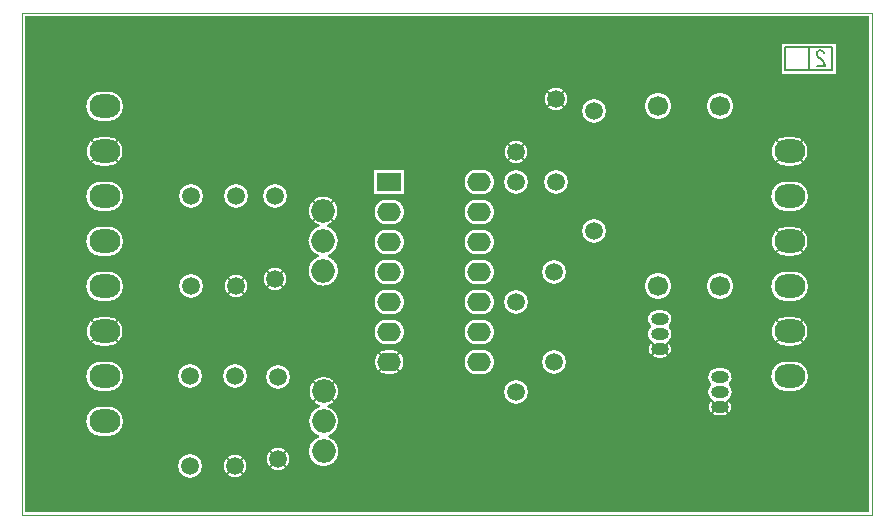
<source format=gbl>
G04 ================== begin FILE IDENTIFICATION RECORD ==================*
G04 Layout Name:  Z:/Projets_Cadence/PCB/2016/Jerome/FdC Kamar/allegro/FdC Kamar.brd*
G04 Film Name:    LAYER4*
G04 File Format:  Gerber RS274X*
G04 File Origin:  Cadence Allegro 16.6-2015-S064*
G04 Origin Date:  Tue Feb 23 10:20:43 2016*
G04 *
G04 Layer:  VIA CLASS/BOTTOM*
G04 Layer:  PIN/BOTTOM*
G04 Layer:  MANUFACTURING/CUIVRE_INNER*
G04 Layer:  MANUFACTURING/CUIVRE_BOT*
G04 Layer:  ETCH/BOTTOM*
G04 Layer:  DRAWING FORMAT/TITLE_BLOCK_BOT*
G04 Layer:  BOARD GEOMETRY/OUTLINE*
G04 *
G04 Offset:    (0.0000 0.0000)*
G04 Mirror:    No*
G04 Mode:      Positive*
G04 Rotation:  0*
G04 FullContactRelief:  No*
G04 UndefLineWidth:     0.1000*
G04 ================== end FILE IDENTIFICATION RECORD ====================*
%FSLAX35Y35*MOMM*%
%IR0*IPPOS*OFA0.00000B0.00000*MIA0B0*SFA1.00000B1.00000*%
%ADD12O,2.X2.*%
%ADD15O,1.5X1.*%
%ADD13O,2.X1.6*%
%ADD10O,2.6X2.*%
%ADD14R,2.X1.6*%
%ADD11C,1.5*%
%ADD16C,1.7*%
%ADD17C,.1*%
%ADD18C,.2*%
%ADD19C,.21*%
%ADD23R,2.5004X2.1004*%
%ADD21C,2.0004*%
%ADD20C,2.2004*%
%ADD24R,4.6004X2.6004*%
%ADD22C,1.9204*%
G75*
%LPD*%
G75*
G36*
G01X7175000Y25000D02*
X25000D01*
Y4225000D01*
X7175000D01*
Y25000D01*
G37*
%LPC*%
G75*
G36*
G01X2597830Y654460D02*
G02X2512170I-42830J-117460D01*
G03Y673540I-3479J9540D01*
G02X2517920Y910390I42830J117455D01*
G03X2518010Y929770I-3011J9704D01*
G02X2591990I36990J115230D01*
G03X2592080Y910390I3101J-9676D01*
G02X2597830Y673540I-37080J-119395D01*
G03Y654460I3479J-9540D01*
G37*
G36*
G01X2593830Y2182460D02*
G02X2508170I-42830J-117460D01*
G03Y2201540I-3479J9540D01*
G02X2513920Y2438390I42830J117455D01*
G03X2514010Y2457770I-3011J9704D01*
G02X2587990I36990J115230D01*
G03X2588080Y2438390I3101J-9676D01*
G02X2593830Y2201540I-37080J-119395D01*
G03Y2182460I3479J-9540D01*
G37*
G36*
G01X5981980Y966260D02*
G02X5935000Y841980I-46980J-53260D01*
G01X5885000D01*
G02X5838020Y966260I0J71020D01*
G03X5837700Y981770I-6720J7620D01*
G02X5835000Y1095930I47300J58231D01*
G03Y1111070I-6774J7570D01*
G02X5885000Y1242020I50000J55929D01*
G01X5935000D01*
G02X5985000Y1111070I0J-75021D01*
G03Y1095930I6774J-7570D01*
G02X5982300Y981770I-50000J-55929D01*
G03X5981980Y966260I6400J-7890D01*
G37*
G36*
G01X5471980Y1456260D02*
G02X5425000Y1331980I-46980J-53260D01*
G01X5375000D01*
G02X5328020Y1456260I0J71020D01*
G03X5327700Y1471770I-6720J7620D01*
G02X5325000Y1585930I47300J58231D01*
G03Y1601070I-6774J7570D01*
G02X5375000Y1732020I50000J55929D01*
G01X5425000D01*
G02X5475000Y1601070I0J-75021D01*
G03Y1585930I6774J-7570D01*
G02X5472300Y1471770I-50000J-55929D01*
G03X5471980Y1456260I6400J-7890D01*
G37*
G36*
G01X670000Y666480D02*
G02Y916520I0J125020D01*
G01X730000D01*
G02Y666480I0J-125020D01*
G01X670000D01*
G37*
G36*
G01Y1047480D02*
G02Y1297520I0J125020D01*
G01X730000D01*
G02Y1047480I0J-125020D01*
G01X670000D01*
G37*
G36*
G01Y1432480D02*
G02Y1674520I0J121020D01*
G01X730000D01*
G02Y1432480I0J-121020D01*
G01X670000D01*
G37*
G36*
G01Y1809480D02*
G02Y2059520I0J125020D01*
G01X730000D01*
G02Y1809480I0J-125020D01*
G01X670000D01*
G37*
G36*
G01Y2190480D02*
G02Y2440520I0J125020D01*
G01X730000D01*
G02Y2190480I0J-125020D01*
G01X670000D01*
G37*
G36*
G01Y2571480D02*
G02Y2821520I0J125020D01*
G01X730000D01*
G02Y2571480I0J-125020D01*
G01X670000D01*
G37*
G36*
G01Y2956480D02*
G02Y3198520I0J121020D01*
G01X730000D01*
G02Y2956480I0J-121020D01*
G01X670000D01*
G37*
G36*
G01Y3333480D02*
G02Y3583520I0J125020D01*
G01X730000D01*
G02Y3333480I0J-125020D01*
G01X670000D01*
G37*
G36*
G01X3090000Y1192980D02*
G02Y1395020I0J101020D01*
G01X3130000D01*
G02Y1192980I0J-101020D01*
G01X3090000D01*
G37*
G36*
G01Y1442980D02*
G02Y1653020I0J105020D01*
G01X3130000D01*
G02Y1442980I0J-105020D01*
G01X3090000D01*
G37*
G36*
G01Y1696980D02*
G02Y1907020I0J105020D01*
G01X3130000D01*
G02Y1696980I0J-105020D01*
G01X3090000D01*
G37*
G36*
G01Y1950980D02*
G02Y2161020I0J105020D01*
G01X3130000D01*
G02Y1950980I0J-105020D01*
G01X3090000D01*
G37*
G36*
G01Y2204980D02*
G02Y2415020I0J105020D01*
G01X3130000D01*
G02Y2204980I0J-105020D01*
G01X3090000D01*
G37*
G36*
G01Y2458980D02*
G02Y2669020I0J105020D01*
G01X3130000D01*
G02Y2458980I0J-105020D01*
G01X3090000D01*
G37*
G36*
G01X3852000Y1188980D02*
G02Y1399020I0J105020D01*
G01X3892000D01*
G02Y1188980I0J-105020D01*
G01X3852000D01*
G37*
G36*
G01Y1442980D02*
G02Y1653020I0J105020D01*
G01X3892000D01*
G02Y1442980I0J-105020D01*
G01X3852000D01*
G37*
G36*
G01Y1696980D02*
G02Y1907020I0J105020D01*
G01X3892000D01*
G02Y1696980I0J-105020D01*
G01X3852000D01*
G37*
G36*
G01Y1950980D02*
G02Y2161020I0J105020D01*
G01X3892000D01*
G02Y1950980I0J-105020D01*
G01X3852000D01*
G37*
G36*
G01Y2458980D02*
G02Y2669020I0J105020D01*
G01X3892000D01*
G02Y2458980I0J-105020D01*
G01X3852000D01*
G37*
G36*
G01Y2204980D02*
G02Y2415020I0J105020D01*
G01X3892000D01*
G02Y2204980I0J-105020D01*
G01X3852000D01*
G37*
G36*
G01Y2712980D02*
G02Y2923020I0J105020D01*
G01X3892000D01*
G02Y2712980I0J-105020D01*
G01X3852000D01*
G37*
G36*
G01X6470000Y1047480D02*
G02Y1297520I0J125020D01*
G01X6530000D01*
G02Y1047480I0J-125020D01*
G01X6470000D01*
G37*
G36*
G01Y1432480D02*
G02Y1674520I0J121020D01*
G01X6530000D01*
G02Y1432480I0J-121020D01*
G01X6470000D01*
G37*
G36*
G01Y1809480D02*
G02Y2059520I0J125020D01*
G01X6530000D01*
G02Y1809480I0J-125020D01*
G01X6470000D01*
G37*
G36*
G01Y2194480D02*
G02Y2436520I0J121020D01*
G01X6530000D01*
G02Y2194480I0J-121020D01*
G01X6470000D01*
G37*
G36*
G01Y2571480D02*
G02Y2821520I0J125020D01*
G01X6530000D01*
G02Y2571480I0J-125020D01*
G01X6470000D01*
G37*
G36*
G01Y2956480D02*
G02Y3198520I0J121020D01*
G01X6530000D01*
G02Y2956480I0J-121020D01*
G01X6470000D01*
G37*
G54D23*
X3110000Y2818000D03*
G54D21*
X4843000Y3417000D03*
Y2401000D03*
X4518000Y2822000D03*
X4507000Y2055000D03*
Y1293000D03*
X4181000Y2822000D03*
Y1800000D03*
Y1038000D03*
X2141000Y2696000D03*
X2170000Y1169000D03*
X1815000Y2697000D03*
X1805000Y1172000D03*
X1428000Y2696000D03*
Y1934000D03*
X1421000Y1172000D03*
Y410000D03*
G54D20*
X5908000Y3462000D03*
Y1938000D03*
X5387000Y3460000D03*
Y1936000D03*
G54D24*
X6663000Y3862000D03*
G54D22*
X4518000Y3522000D03*
X4181000Y3072000D03*
X2141000Y1996000D03*
X2170000Y469000D03*
X1815000Y1935000D03*
X1805000Y410000D03*
%LPD*%
G75*
G54D10*
X700000Y791500D03*
Y1172500D03*
Y1553500D03*
Y1934500D03*
Y2315500D03*
Y2696500D03*
Y3077500D03*
Y3458500D03*
X6500000Y1172500D03*
Y1553500D03*
Y1934500D03*
Y2315500D03*
Y2696500D03*
Y3077500D03*
G54D11*
X1421000Y410000D03*
Y1172000D03*
X1428000Y1934000D03*
Y2696000D03*
X1805000Y410000D03*
Y1172000D03*
X1815000Y1935000D03*
Y2697000D03*
X2170000Y469000D03*
Y1169000D03*
X2141000Y1996000D03*
Y2696000D03*
X4181000Y1038000D03*
Y1800000D03*
Y2822000D03*
Y3072000D03*
X4507000Y1293000D03*
Y2055000D03*
X4518000Y2822000D03*
Y3522000D03*
X4843000Y2401000D03*
Y3417000D03*
G54D12*
X2555000Y537000D03*
Y791000D03*
Y1045000D03*
X2551000Y2319000D03*
Y2065000D03*
Y2573000D03*
G54D13*
X3110000Y1294000D03*
Y1548000D03*
Y1802000D03*
Y2056000D03*
Y2310000D03*
Y2564000D03*
X3872000Y1294000D03*
Y1548000D03*
Y1802000D03*
Y2056000D03*
Y2564000D03*
Y2310000D03*
Y2818000D03*
G54D14*
X3110000D03*
G54D15*
X5400000Y1530000D03*
Y1403000D03*
Y1657000D03*
X5910000Y913000D03*
Y1167000D03*
Y1040000D03*
G54D16*
X5387000Y1936000D03*
Y3460000D03*
X5908000Y1938000D03*
Y3462000D03*
G54D17*
G01X0Y0D02*
X7200000D01*
Y4250000D01*
X0D01*
Y0D01*
G54D18*
G01X6663000Y3762000D02*
X6463000D01*
Y3962000D01*
X6663000D01*
Y3762000D01*
G01D02*
X6463000D01*
Y3962000D01*
X6663000D01*
Y3762000D01*
G01X6794670Y3910330D02*
X6784670Y3923330D01*
X6773000Y3929830D01*
X6759670Y3932000D01*
X6743000Y3927670D01*
X6731330Y3916830D01*
X6728000Y3903840D01*
X6729670Y3890830D01*
X6736330Y3880000D01*
X6769670Y3858330D01*
X6784670Y3843170D01*
X6794670Y3821500D01*
X6798000Y3802000D01*
X6728000D01*
G01X6863000Y3762000D02*
X6663000D01*
Y3962000D01*
X6863000D01*
Y3762000D01*
G01D02*
X6663000D01*
Y3962000D01*
X6863000D01*
Y3762000D01*
G54D19*
G01X543900Y1427400D02*
X700000Y1553500D01*
G01D02*
X856100Y1679600D01*
G01X543900D02*
X700000Y1553500D01*
G01D02*
X856100Y1427400D01*
G01X543900Y2951400D02*
X700000Y3077500D01*
G01D02*
X856100Y3203600D01*
G01X543900D02*
X700000Y3077500D01*
G01D02*
X856100Y2951400D01*
G01X1728430Y333430D02*
X1805000Y410000D01*
G01D02*
X1881570Y486570D01*
G01X1728430D02*
X1805000Y410000D01*
G01D02*
X1881570Y333430D01*
G01X1738430Y1858430D02*
X1815000Y1935000D01*
G01D02*
X1891570Y2011570D01*
G01X1738430D02*
X1815000Y1935000D01*
G01D02*
X1891570Y1858430D01*
G01X2093430Y392430D02*
X2170000Y469000D01*
G01D02*
X2246570Y545570D01*
G01X2093430D02*
X2170000Y469000D01*
G01D02*
X2246570Y392430D01*
G01X2064430Y1919430D02*
X2141000Y1996000D01*
G01D02*
X2217570Y2072570D01*
G01X2064430D02*
X2141000Y1996000D01*
G01D02*
X2217570Y1919430D01*
G01X2428900Y918900D02*
X2555000Y1045000D01*
G01X2428900Y1171100D02*
X2555000Y1045000D01*
G01X2424900Y2446900D02*
X2551000Y2573000D01*
G01X2424900Y2699100D02*
X2551000Y2573000D01*
G01X2555000Y1045000D02*
X2681100Y1171100D01*
G01X2555000Y1045000D02*
X2681100Y918900D01*
G01X2551000Y2573000D02*
X2677100Y2446900D01*
G01X2551000Y2573000D02*
X2677100Y2699100D01*
G01X2983900Y1187900D02*
X3110000Y1294000D01*
G01D02*
X3236100Y1400100D01*
G01X2983900D02*
X3110000Y1294000D01*
G01D02*
X3236100Y1187900D01*
G01X4104430Y2995430D02*
X4181000Y3072000D01*
G01D02*
X4257570Y3148570D01*
G01X4104430D02*
X4181000Y3072000D01*
G01D02*
X4257570Y2995430D01*
G01X4441430Y3445430D02*
X4518000Y3522000D01*
G01D02*
X4594570Y3598570D01*
G01X4441430D02*
X4518000Y3522000D01*
G01D02*
X4594570Y3445430D01*
G01X5298900Y1326900D02*
X5400000Y1403000D01*
G01D02*
X5501100Y1479100D01*
G01X5298900D02*
X5400000Y1403000D01*
G01D02*
X5501100Y1326900D01*
G01X5808900Y836900D02*
X5910000Y913000D01*
G01X5808900Y989100D02*
X5910000Y913000D01*
G01D02*
X6011100Y836900D01*
G01X5910000Y913000D02*
X6011100Y989100D01*
G01X6343900Y1427400D02*
X6500000Y1553500D01*
G01D02*
X6656100Y1679600D01*
G01X6343900D02*
X6500000Y1553500D01*
G01D02*
X6656100Y1427400D01*
G01X6343900Y2189400D02*
X6500000Y2315500D01*
G01D02*
X6656100Y2441600D01*
G01X6343900D02*
X6500000Y2315500D01*
G01D02*
X6656100Y2189400D01*
G01X6343900Y2951400D02*
X6500000Y3077500D01*
G01D02*
X6656100Y3203600D01*
G01X6343900D02*
X6500000Y3077500D01*
G01D02*
X6656100Y2951400D01*
M02*

</source>
